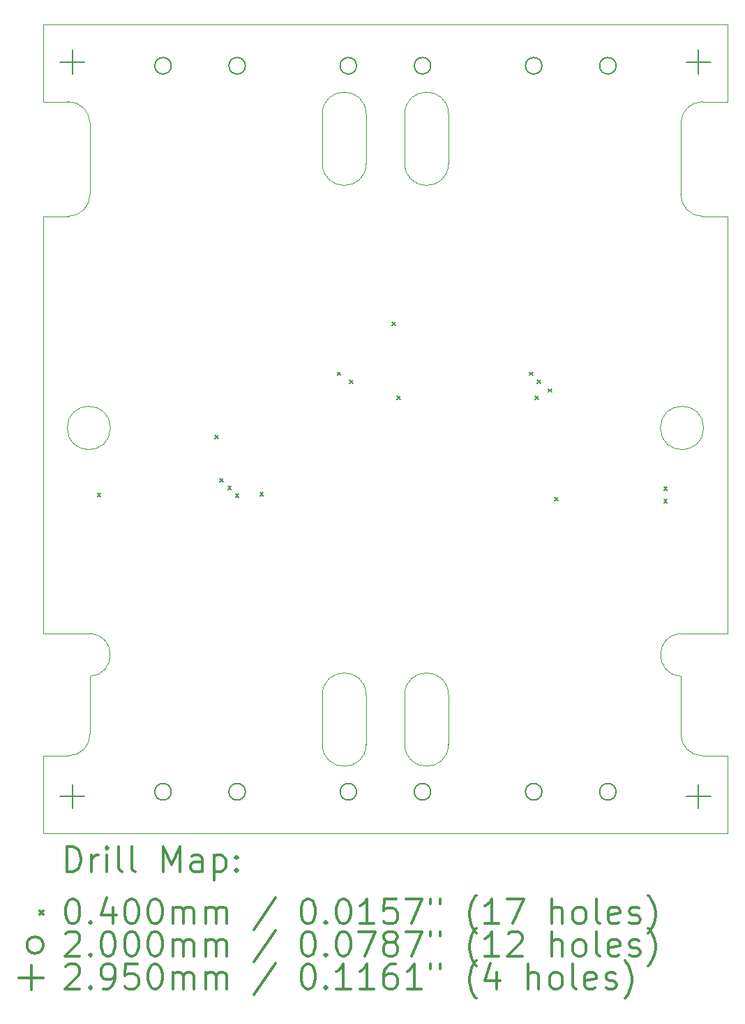
<source format=gbr>
%FSLAX45Y45*%
G04 Gerber Fmt 4.5, Leading zero omitted, Abs format (unit mm)*
G04 Created by KiCad (PCBNEW (5.1.10)-1) date 2022-06-07 20:50:49*
%MOMM*%
%LPD*%
G01*
G04 APERTURE LIST*
%TA.AperFunction,Profile*%
%ADD10C,0.050000*%
%TD*%
%ADD11C,0.200000*%
%ADD12C,0.300000*%
G04 APERTURE END LIST*
D10*
X18599461Y-13955719D02*
X18025539Y-13955719D01*
X18600000Y-8900000D02*
X18599461Y-13955719D01*
X18600000Y-7510000D02*
X18600000Y-7310000D01*
X18600000Y-15645000D02*
X18600000Y-15440000D01*
X10300000Y-15440000D02*
X10300000Y-16375000D01*
X10300000Y-8900000D02*
X10300000Y-13955719D01*
X10300000Y-6575000D02*
X10300000Y-7510000D01*
X18300000Y-8900000D02*
X18600000Y-8900000D01*
X18035000Y-7775000D02*
X18035000Y-8635000D01*
X18300000Y-7510000D02*
X18600000Y-7510000D01*
X18035000Y-8635000D02*
G75*
G03*
X18300000Y-8900000I265000J0D01*
G01*
X18300000Y-7510000D02*
G75*
G03*
X18035000Y-7775000I0J-265000D01*
G01*
X18035000Y-15175000D02*
X18035000Y-14475000D01*
X18300000Y-15440000D02*
X18600000Y-15440000D01*
X18300000Y-15440000D02*
G75*
G02*
X18035000Y-15175000I0J265000D01*
G01*
X10865000Y-15175000D02*
X10865000Y-14475000D01*
X10600000Y-15440000D02*
X10300000Y-15440000D01*
X10600000Y-15440000D02*
G75*
G03*
X10865000Y-15175000I0J265000D01*
G01*
X10865000Y-7775000D02*
X10865000Y-8635000D01*
X10600000Y-8900000D02*
X10300000Y-8900000D01*
X10865000Y-8635000D02*
G75*
G02*
X10600000Y-8900000I-265000J0D01*
G01*
X10600000Y-7510000D02*
G75*
G02*
X10865000Y-7775000I0J-265000D01*
G01*
X10600000Y-7510000D02*
X10300000Y-7510000D01*
X18600000Y-7310000D02*
X18600000Y-6575000D01*
X18600000Y-16375000D02*
X18600000Y-15645000D01*
X18025539Y-13955719D02*
G75*
G03*
X18035000Y-14475000I24461J-259281D01*
G01*
X10874461Y-13955719D02*
G75*
G02*
X10865000Y-14475000I-24461J-259281D01*
G01*
X10874461Y-13955719D02*
X10300000Y-13955719D01*
X15215000Y-15300000D02*
G75*
G02*
X14685000Y-15300000I-265000J0D01*
G01*
X14685000Y-14700000D02*
G75*
G02*
X15215000Y-14700000I265000J0D01*
G01*
X14215000Y-15300000D02*
G75*
G02*
X13685000Y-15300000I-265000J0D01*
G01*
X13685000Y-14700000D02*
G75*
G02*
X14215000Y-14700000I265000J0D01*
G01*
X15215000Y-8260000D02*
G75*
G02*
X14685000Y-8260000I-265000J0D01*
G01*
X14685000Y-7660000D02*
G75*
G02*
X15215000Y-7660000I265000J0D01*
G01*
X13685000Y-7660000D02*
G75*
G02*
X14215000Y-7660000I265000J0D01*
G01*
X14215000Y-8260000D02*
G75*
G02*
X13685000Y-8260000I-265000J0D01*
G01*
X15215000Y-7660000D02*
X15215000Y-8260000D01*
X14685000Y-7660000D02*
X14685000Y-8260000D01*
X13685000Y-7660000D02*
X13685000Y-8260000D01*
X14215000Y-7660000D02*
X14215000Y-8260000D01*
X15215000Y-15300000D02*
X15215000Y-14700000D01*
X14685000Y-14700000D02*
X14685000Y-15300000D01*
X14215000Y-15300000D02*
X14215000Y-14700000D01*
X13685000Y-15300000D02*
X13685000Y-14700000D01*
X18312500Y-11465000D02*
G75*
G03*
X18312500Y-11465000I-262500J0D01*
G01*
X11112500Y-11465000D02*
G75*
G03*
X11112500Y-11465000I-262500J0D01*
G01*
X18600000Y-6575000D02*
X10300000Y-6575000D01*
X10300000Y-16375000D02*
X18600000Y-16375000D01*
D11*
X10955000Y-12255000D02*
X10995000Y-12295000D01*
X10995000Y-12255000D02*
X10955000Y-12295000D01*
X12380000Y-11555000D02*
X12420000Y-11595000D01*
X12420000Y-11555000D02*
X12380000Y-11595000D01*
X12438700Y-12076750D02*
X12478700Y-12116750D01*
X12478700Y-12076750D02*
X12438700Y-12116750D01*
X12536450Y-12169500D02*
X12576450Y-12209500D01*
X12576450Y-12169500D02*
X12536450Y-12209500D01*
X12630000Y-12266450D02*
X12670000Y-12306450D01*
X12670000Y-12266450D02*
X12630000Y-12306450D01*
X12927650Y-12248200D02*
X12967650Y-12288200D01*
X12967650Y-12248200D02*
X12927650Y-12288200D01*
X13867650Y-10787500D02*
X13907650Y-10827500D01*
X13907650Y-10787500D02*
X13867650Y-10827500D01*
X14013500Y-10884500D02*
X14053500Y-10924500D01*
X14053500Y-10884500D02*
X14013500Y-10924500D01*
X14530000Y-10180000D02*
X14570000Y-10220000D01*
X14570000Y-10180000D02*
X14530000Y-10220000D01*
X14591350Y-11079800D02*
X14631350Y-11119800D01*
X14631350Y-11079800D02*
X14591350Y-11119800D01*
X16197700Y-10787500D02*
X16237700Y-10827500D01*
X16237700Y-10787500D02*
X16197700Y-10827500D01*
X16267750Y-11079800D02*
X16307750Y-11119800D01*
X16307750Y-11079800D02*
X16267750Y-11119800D01*
X16293150Y-10882950D02*
X16333150Y-10922950D01*
X16333150Y-10882950D02*
X16293150Y-10922950D01*
X16426500Y-10990900D02*
X16466500Y-11030900D01*
X16466500Y-10990900D02*
X16426500Y-11030900D01*
X16505000Y-12305000D02*
X16545000Y-12345000D01*
X16545000Y-12305000D02*
X16505000Y-12345000D01*
X17830000Y-12180000D02*
X17870000Y-12220000D01*
X17870000Y-12180000D02*
X17830000Y-12220000D01*
X17830000Y-12330000D02*
X17870000Y-12370000D01*
X17870000Y-12330000D02*
X17830000Y-12370000D01*
X11850000Y-7075000D02*
G75*
G03*
X11850000Y-7075000I-100000J0D01*
G01*
X11850000Y-15875000D02*
G75*
G03*
X11850000Y-15875000I-100000J0D01*
G01*
X12750000Y-7075000D02*
G75*
G03*
X12750000Y-7075000I-100000J0D01*
G01*
X12750000Y-15875000D02*
G75*
G03*
X12750000Y-15875000I-100000J0D01*
G01*
X14100000Y-7075000D02*
G75*
G03*
X14100000Y-7075000I-100000J0D01*
G01*
X14100000Y-15875000D02*
G75*
G03*
X14100000Y-15875000I-100000J0D01*
G01*
X15000000Y-7075000D02*
G75*
G03*
X15000000Y-7075000I-100000J0D01*
G01*
X15000000Y-15875000D02*
G75*
G03*
X15000000Y-15875000I-100000J0D01*
G01*
X16350000Y-7075000D02*
G75*
G03*
X16350000Y-7075000I-100000J0D01*
G01*
X16350000Y-15875000D02*
G75*
G03*
X16350000Y-15875000I-100000J0D01*
G01*
X17250000Y-7075000D02*
G75*
G03*
X17250000Y-7075000I-100000J0D01*
G01*
X17250000Y-15875000D02*
G75*
G03*
X17250000Y-15875000I-100000J0D01*
G01*
X10650000Y-6882500D02*
X10650000Y-7177500D01*
X10502500Y-7030000D02*
X10797500Y-7030000D01*
X10650000Y-15782500D02*
X10650000Y-16077500D01*
X10502500Y-15930000D02*
X10797500Y-15930000D01*
X18250000Y-6882500D02*
X18250000Y-7177500D01*
X18102500Y-7030000D02*
X18397500Y-7030000D01*
X18250000Y-15782500D02*
X18250000Y-16077500D01*
X18102500Y-15930000D02*
X18397500Y-15930000D01*
D12*
X10583928Y-16843214D02*
X10583928Y-16543214D01*
X10655357Y-16543214D01*
X10698214Y-16557500D01*
X10726786Y-16586071D01*
X10741071Y-16614643D01*
X10755357Y-16671786D01*
X10755357Y-16714643D01*
X10741071Y-16771786D01*
X10726786Y-16800357D01*
X10698214Y-16828929D01*
X10655357Y-16843214D01*
X10583928Y-16843214D01*
X10883928Y-16843214D02*
X10883928Y-16643214D01*
X10883928Y-16700357D02*
X10898214Y-16671786D01*
X10912500Y-16657500D01*
X10941071Y-16643214D01*
X10969643Y-16643214D01*
X11069643Y-16843214D02*
X11069643Y-16643214D01*
X11069643Y-16543214D02*
X11055357Y-16557500D01*
X11069643Y-16571786D01*
X11083928Y-16557500D01*
X11069643Y-16543214D01*
X11069643Y-16571786D01*
X11255357Y-16843214D02*
X11226786Y-16828929D01*
X11212500Y-16800357D01*
X11212500Y-16543214D01*
X11412500Y-16843214D02*
X11383928Y-16828929D01*
X11369643Y-16800357D01*
X11369643Y-16543214D01*
X11755357Y-16843214D02*
X11755357Y-16543214D01*
X11855357Y-16757500D01*
X11955357Y-16543214D01*
X11955357Y-16843214D01*
X12226786Y-16843214D02*
X12226786Y-16686071D01*
X12212500Y-16657500D01*
X12183928Y-16643214D01*
X12126786Y-16643214D01*
X12098214Y-16657500D01*
X12226786Y-16828929D02*
X12198214Y-16843214D01*
X12126786Y-16843214D01*
X12098214Y-16828929D01*
X12083928Y-16800357D01*
X12083928Y-16771786D01*
X12098214Y-16743214D01*
X12126786Y-16728929D01*
X12198214Y-16728929D01*
X12226786Y-16714643D01*
X12369643Y-16643214D02*
X12369643Y-16943214D01*
X12369643Y-16657500D02*
X12398214Y-16643214D01*
X12455357Y-16643214D01*
X12483928Y-16657500D01*
X12498214Y-16671786D01*
X12512500Y-16700357D01*
X12512500Y-16786072D01*
X12498214Y-16814643D01*
X12483928Y-16828929D01*
X12455357Y-16843214D01*
X12398214Y-16843214D01*
X12369643Y-16828929D01*
X12641071Y-16814643D02*
X12655357Y-16828929D01*
X12641071Y-16843214D01*
X12626786Y-16828929D01*
X12641071Y-16814643D01*
X12641071Y-16843214D01*
X12641071Y-16657500D02*
X12655357Y-16671786D01*
X12641071Y-16686071D01*
X12626786Y-16671786D01*
X12641071Y-16657500D01*
X12641071Y-16686071D01*
X10257500Y-17317500D02*
X10297500Y-17357500D01*
X10297500Y-17317500D02*
X10257500Y-17357500D01*
X10641071Y-17173214D02*
X10669643Y-17173214D01*
X10698214Y-17187500D01*
X10712500Y-17201786D01*
X10726786Y-17230357D01*
X10741071Y-17287500D01*
X10741071Y-17358929D01*
X10726786Y-17416072D01*
X10712500Y-17444643D01*
X10698214Y-17458929D01*
X10669643Y-17473214D01*
X10641071Y-17473214D01*
X10612500Y-17458929D01*
X10598214Y-17444643D01*
X10583928Y-17416072D01*
X10569643Y-17358929D01*
X10569643Y-17287500D01*
X10583928Y-17230357D01*
X10598214Y-17201786D01*
X10612500Y-17187500D01*
X10641071Y-17173214D01*
X10869643Y-17444643D02*
X10883928Y-17458929D01*
X10869643Y-17473214D01*
X10855357Y-17458929D01*
X10869643Y-17444643D01*
X10869643Y-17473214D01*
X11141071Y-17273214D02*
X11141071Y-17473214D01*
X11069643Y-17158929D02*
X10998214Y-17373214D01*
X11183928Y-17373214D01*
X11355357Y-17173214D02*
X11383928Y-17173214D01*
X11412500Y-17187500D01*
X11426786Y-17201786D01*
X11441071Y-17230357D01*
X11455357Y-17287500D01*
X11455357Y-17358929D01*
X11441071Y-17416072D01*
X11426786Y-17444643D01*
X11412500Y-17458929D01*
X11383928Y-17473214D01*
X11355357Y-17473214D01*
X11326786Y-17458929D01*
X11312500Y-17444643D01*
X11298214Y-17416072D01*
X11283928Y-17358929D01*
X11283928Y-17287500D01*
X11298214Y-17230357D01*
X11312500Y-17201786D01*
X11326786Y-17187500D01*
X11355357Y-17173214D01*
X11641071Y-17173214D02*
X11669643Y-17173214D01*
X11698214Y-17187500D01*
X11712500Y-17201786D01*
X11726786Y-17230357D01*
X11741071Y-17287500D01*
X11741071Y-17358929D01*
X11726786Y-17416072D01*
X11712500Y-17444643D01*
X11698214Y-17458929D01*
X11669643Y-17473214D01*
X11641071Y-17473214D01*
X11612500Y-17458929D01*
X11598214Y-17444643D01*
X11583928Y-17416072D01*
X11569643Y-17358929D01*
X11569643Y-17287500D01*
X11583928Y-17230357D01*
X11598214Y-17201786D01*
X11612500Y-17187500D01*
X11641071Y-17173214D01*
X11869643Y-17473214D02*
X11869643Y-17273214D01*
X11869643Y-17301786D02*
X11883928Y-17287500D01*
X11912500Y-17273214D01*
X11955357Y-17273214D01*
X11983928Y-17287500D01*
X11998214Y-17316072D01*
X11998214Y-17473214D01*
X11998214Y-17316072D02*
X12012500Y-17287500D01*
X12041071Y-17273214D01*
X12083928Y-17273214D01*
X12112500Y-17287500D01*
X12126786Y-17316072D01*
X12126786Y-17473214D01*
X12269643Y-17473214D02*
X12269643Y-17273214D01*
X12269643Y-17301786D02*
X12283928Y-17287500D01*
X12312500Y-17273214D01*
X12355357Y-17273214D01*
X12383928Y-17287500D01*
X12398214Y-17316072D01*
X12398214Y-17473214D01*
X12398214Y-17316072D02*
X12412500Y-17287500D01*
X12441071Y-17273214D01*
X12483928Y-17273214D01*
X12512500Y-17287500D01*
X12526786Y-17316072D01*
X12526786Y-17473214D01*
X13112500Y-17158929D02*
X12855357Y-17544643D01*
X13498214Y-17173214D02*
X13526786Y-17173214D01*
X13555357Y-17187500D01*
X13569643Y-17201786D01*
X13583928Y-17230357D01*
X13598214Y-17287500D01*
X13598214Y-17358929D01*
X13583928Y-17416072D01*
X13569643Y-17444643D01*
X13555357Y-17458929D01*
X13526786Y-17473214D01*
X13498214Y-17473214D01*
X13469643Y-17458929D01*
X13455357Y-17444643D01*
X13441071Y-17416072D01*
X13426786Y-17358929D01*
X13426786Y-17287500D01*
X13441071Y-17230357D01*
X13455357Y-17201786D01*
X13469643Y-17187500D01*
X13498214Y-17173214D01*
X13726786Y-17444643D02*
X13741071Y-17458929D01*
X13726786Y-17473214D01*
X13712500Y-17458929D01*
X13726786Y-17444643D01*
X13726786Y-17473214D01*
X13926786Y-17173214D02*
X13955357Y-17173214D01*
X13983928Y-17187500D01*
X13998214Y-17201786D01*
X14012500Y-17230357D01*
X14026786Y-17287500D01*
X14026786Y-17358929D01*
X14012500Y-17416072D01*
X13998214Y-17444643D01*
X13983928Y-17458929D01*
X13955357Y-17473214D01*
X13926786Y-17473214D01*
X13898214Y-17458929D01*
X13883928Y-17444643D01*
X13869643Y-17416072D01*
X13855357Y-17358929D01*
X13855357Y-17287500D01*
X13869643Y-17230357D01*
X13883928Y-17201786D01*
X13898214Y-17187500D01*
X13926786Y-17173214D01*
X14312500Y-17473214D02*
X14141071Y-17473214D01*
X14226786Y-17473214D02*
X14226786Y-17173214D01*
X14198214Y-17216072D01*
X14169643Y-17244643D01*
X14141071Y-17258929D01*
X14583928Y-17173214D02*
X14441071Y-17173214D01*
X14426786Y-17316072D01*
X14441071Y-17301786D01*
X14469643Y-17287500D01*
X14541071Y-17287500D01*
X14569643Y-17301786D01*
X14583928Y-17316072D01*
X14598214Y-17344643D01*
X14598214Y-17416072D01*
X14583928Y-17444643D01*
X14569643Y-17458929D01*
X14541071Y-17473214D01*
X14469643Y-17473214D01*
X14441071Y-17458929D01*
X14426786Y-17444643D01*
X14698214Y-17173214D02*
X14898214Y-17173214D01*
X14769643Y-17473214D01*
X14998214Y-17173214D02*
X14998214Y-17230357D01*
X15112500Y-17173214D02*
X15112500Y-17230357D01*
X15555357Y-17587500D02*
X15541071Y-17573214D01*
X15512500Y-17530357D01*
X15498214Y-17501786D01*
X15483928Y-17458929D01*
X15469643Y-17387500D01*
X15469643Y-17330357D01*
X15483928Y-17258929D01*
X15498214Y-17216072D01*
X15512500Y-17187500D01*
X15541071Y-17144643D01*
X15555357Y-17130357D01*
X15826786Y-17473214D02*
X15655357Y-17473214D01*
X15741071Y-17473214D02*
X15741071Y-17173214D01*
X15712500Y-17216072D01*
X15683928Y-17244643D01*
X15655357Y-17258929D01*
X15926786Y-17173214D02*
X16126786Y-17173214D01*
X15998214Y-17473214D01*
X16469643Y-17473214D02*
X16469643Y-17173214D01*
X16598214Y-17473214D02*
X16598214Y-17316072D01*
X16583928Y-17287500D01*
X16555357Y-17273214D01*
X16512500Y-17273214D01*
X16483928Y-17287500D01*
X16469643Y-17301786D01*
X16783928Y-17473214D02*
X16755357Y-17458929D01*
X16741071Y-17444643D01*
X16726786Y-17416072D01*
X16726786Y-17330357D01*
X16741071Y-17301786D01*
X16755357Y-17287500D01*
X16783928Y-17273214D01*
X16826786Y-17273214D01*
X16855357Y-17287500D01*
X16869643Y-17301786D01*
X16883928Y-17330357D01*
X16883928Y-17416072D01*
X16869643Y-17444643D01*
X16855357Y-17458929D01*
X16826786Y-17473214D01*
X16783928Y-17473214D01*
X17055357Y-17473214D02*
X17026786Y-17458929D01*
X17012500Y-17430357D01*
X17012500Y-17173214D01*
X17283928Y-17458929D02*
X17255357Y-17473214D01*
X17198214Y-17473214D01*
X17169643Y-17458929D01*
X17155357Y-17430357D01*
X17155357Y-17316072D01*
X17169643Y-17287500D01*
X17198214Y-17273214D01*
X17255357Y-17273214D01*
X17283928Y-17287500D01*
X17298214Y-17316072D01*
X17298214Y-17344643D01*
X17155357Y-17373214D01*
X17412500Y-17458929D02*
X17441071Y-17473214D01*
X17498214Y-17473214D01*
X17526786Y-17458929D01*
X17541071Y-17430357D01*
X17541071Y-17416072D01*
X17526786Y-17387500D01*
X17498214Y-17373214D01*
X17455357Y-17373214D01*
X17426786Y-17358929D01*
X17412500Y-17330357D01*
X17412500Y-17316072D01*
X17426786Y-17287500D01*
X17455357Y-17273214D01*
X17498214Y-17273214D01*
X17526786Y-17287500D01*
X17641071Y-17587500D02*
X17655357Y-17573214D01*
X17683928Y-17530357D01*
X17698214Y-17501786D01*
X17712500Y-17458929D01*
X17726786Y-17387500D01*
X17726786Y-17330357D01*
X17712500Y-17258929D01*
X17698214Y-17216072D01*
X17683928Y-17187500D01*
X17655357Y-17144643D01*
X17641071Y-17130357D01*
X10297500Y-17733500D02*
G75*
G03*
X10297500Y-17733500I-100000J0D01*
G01*
X10569643Y-17597786D02*
X10583928Y-17583500D01*
X10612500Y-17569214D01*
X10683928Y-17569214D01*
X10712500Y-17583500D01*
X10726786Y-17597786D01*
X10741071Y-17626357D01*
X10741071Y-17654929D01*
X10726786Y-17697786D01*
X10555357Y-17869214D01*
X10741071Y-17869214D01*
X10869643Y-17840643D02*
X10883928Y-17854929D01*
X10869643Y-17869214D01*
X10855357Y-17854929D01*
X10869643Y-17840643D01*
X10869643Y-17869214D01*
X11069643Y-17569214D02*
X11098214Y-17569214D01*
X11126786Y-17583500D01*
X11141071Y-17597786D01*
X11155357Y-17626357D01*
X11169643Y-17683500D01*
X11169643Y-17754929D01*
X11155357Y-17812072D01*
X11141071Y-17840643D01*
X11126786Y-17854929D01*
X11098214Y-17869214D01*
X11069643Y-17869214D01*
X11041071Y-17854929D01*
X11026786Y-17840643D01*
X11012500Y-17812072D01*
X10998214Y-17754929D01*
X10998214Y-17683500D01*
X11012500Y-17626357D01*
X11026786Y-17597786D01*
X11041071Y-17583500D01*
X11069643Y-17569214D01*
X11355357Y-17569214D02*
X11383928Y-17569214D01*
X11412500Y-17583500D01*
X11426786Y-17597786D01*
X11441071Y-17626357D01*
X11455357Y-17683500D01*
X11455357Y-17754929D01*
X11441071Y-17812072D01*
X11426786Y-17840643D01*
X11412500Y-17854929D01*
X11383928Y-17869214D01*
X11355357Y-17869214D01*
X11326786Y-17854929D01*
X11312500Y-17840643D01*
X11298214Y-17812072D01*
X11283928Y-17754929D01*
X11283928Y-17683500D01*
X11298214Y-17626357D01*
X11312500Y-17597786D01*
X11326786Y-17583500D01*
X11355357Y-17569214D01*
X11641071Y-17569214D02*
X11669643Y-17569214D01*
X11698214Y-17583500D01*
X11712500Y-17597786D01*
X11726786Y-17626357D01*
X11741071Y-17683500D01*
X11741071Y-17754929D01*
X11726786Y-17812072D01*
X11712500Y-17840643D01*
X11698214Y-17854929D01*
X11669643Y-17869214D01*
X11641071Y-17869214D01*
X11612500Y-17854929D01*
X11598214Y-17840643D01*
X11583928Y-17812072D01*
X11569643Y-17754929D01*
X11569643Y-17683500D01*
X11583928Y-17626357D01*
X11598214Y-17597786D01*
X11612500Y-17583500D01*
X11641071Y-17569214D01*
X11869643Y-17869214D02*
X11869643Y-17669214D01*
X11869643Y-17697786D02*
X11883928Y-17683500D01*
X11912500Y-17669214D01*
X11955357Y-17669214D01*
X11983928Y-17683500D01*
X11998214Y-17712072D01*
X11998214Y-17869214D01*
X11998214Y-17712072D02*
X12012500Y-17683500D01*
X12041071Y-17669214D01*
X12083928Y-17669214D01*
X12112500Y-17683500D01*
X12126786Y-17712072D01*
X12126786Y-17869214D01*
X12269643Y-17869214D02*
X12269643Y-17669214D01*
X12269643Y-17697786D02*
X12283928Y-17683500D01*
X12312500Y-17669214D01*
X12355357Y-17669214D01*
X12383928Y-17683500D01*
X12398214Y-17712072D01*
X12398214Y-17869214D01*
X12398214Y-17712072D02*
X12412500Y-17683500D01*
X12441071Y-17669214D01*
X12483928Y-17669214D01*
X12512500Y-17683500D01*
X12526786Y-17712072D01*
X12526786Y-17869214D01*
X13112500Y-17554929D02*
X12855357Y-17940643D01*
X13498214Y-17569214D02*
X13526786Y-17569214D01*
X13555357Y-17583500D01*
X13569643Y-17597786D01*
X13583928Y-17626357D01*
X13598214Y-17683500D01*
X13598214Y-17754929D01*
X13583928Y-17812072D01*
X13569643Y-17840643D01*
X13555357Y-17854929D01*
X13526786Y-17869214D01*
X13498214Y-17869214D01*
X13469643Y-17854929D01*
X13455357Y-17840643D01*
X13441071Y-17812072D01*
X13426786Y-17754929D01*
X13426786Y-17683500D01*
X13441071Y-17626357D01*
X13455357Y-17597786D01*
X13469643Y-17583500D01*
X13498214Y-17569214D01*
X13726786Y-17840643D02*
X13741071Y-17854929D01*
X13726786Y-17869214D01*
X13712500Y-17854929D01*
X13726786Y-17840643D01*
X13726786Y-17869214D01*
X13926786Y-17569214D02*
X13955357Y-17569214D01*
X13983928Y-17583500D01*
X13998214Y-17597786D01*
X14012500Y-17626357D01*
X14026786Y-17683500D01*
X14026786Y-17754929D01*
X14012500Y-17812072D01*
X13998214Y-17840643D01*
X13983928Y-17854929D01*
X13955357Y-17869214D01*
X13926786Y-17869214D01*
X13898214Y-17854929D01*
X13883928Y-17840643D01*
X13869643Y-17812072D01*
X13855357Y-17754929D01*
X13855357Y-17683500D01*
X13869643Y-17626357D01*
X13883928Y-17597786D01*
X13898214Y-17583500D01*
X13926786Y-17569214D01*
X14126786Y-17569214D02*
X14326786Y-17569214D01*
X14198214Y-17869214D01*
X14483928Y-17697786D02*
X14455357Y-17683500D01*
X14441071Y-17669214D01*
X14426786Y-17640643D01*
X14426786Y-17626357D01*
X14441071Y-17597786D01*
X14455357Y-17583500D01*
X14483928Y-17569214D01*
X14541071Y-17569214D01*
X14569643Y-17583500D01*
X14583928Y-17597786D01*
X14598214Y-17626357D01*
X14598214Y-17640643D01*
X14583928Y-17669214D01*
X14569643Y-17683500D01*
X14541071Y-17697786D01*
X14483928Y-17697786D01*
X14455357Y-17712072D01*
X14441071Y-17726357D01*
X14426786Y-17754929D01*
X14426786Y-17812072D01*
X14441071Y-17840643D01*
X14455357Y-17854929D01*
X14483928Y-17869214D01*
X14541071Y-17869214D01*
X14569643Y-17854929D01*
X14583928Y-17840643D01*
X14598214Y-17812072D01*
X14598214Y-17754929D01*
X14583928Y-17726357D01*
X14569643Y-17712072D01*
X14541071Y-17697786D01*
X14698214Y-17569214D02*
X14898214Y-17569214D01*
X14769643Y-17869214D01*
X14998214Y-17569214D02*
X14998214Y-17626357D01*
X15112500Y-17569214D02*
X15112500Y-17626357D01*
X15555357Y-17983500D02*
X15541071Y-17969214D01*
X15512500Y-17926357D01*
X15498214Y-17897786D01*
X15483928Y-17854929D01*
X15469643Y-17783500D01*
X15469643Y-17726357D01*
X15483928Y-17654929D01*
X15498214Y-17612072D01*
X15512500Y-17583500D01*
X15541071Y-17540643D01*
X15555357Y-17526357D01*
X15826786Y-17869214D02*
X15655357Y-17869214D01*
X15741071Y-17869214D02*
X15741071Y-17569214D01*
X15712500Y-17612072D01*
X15683928Y-17640643D01*
X15655357Y-17654929D01*
X15941071Y-17597786D02*
X15955357Y-17583500D01*
X15983928Y-17569214D01*
X16055357Y-17569214D01*
X16083928Y-17583500D01*
X16098214Y-17597786D01*
X16112500Y-17626357D01*
X16112500Y-17654929D01*
X16098214Y-17697786D01*
X15926786Y-17869214D01*
X16112500Y-17869214D01*
X16469643Y-17869214D02*
X16469643Y-17569214D01*
X16598214Y-17869214D02*
X16598214Y-17712072D01*
X16583928Y-17683500D01*
X16555357Y-17669214D01*
X16512500Y-17669214D01*
X16483928Y-17683500D01*
X16469643Y-17697786D01*
X16783928Y-17869214D02*
X16755357Y-17854929D01*
X16741071Y-17840643D01*
X16726786Y-17812072D01*
X16726786Y-17726357D01*
X16741071Y-17697786D01*
X16755357Y-17683500D01*
X16783928Y-17669214D01*
X16826786Y-17669214D01*
X16855357Y-17683500D01*
X16869643Y-17697786D01*
X16883928Y-17726357D01*
X16883928Y-17812072D01*
X16869643Y-17840643D01*
X16855357Y-17854929D01*
X16826786Y-17869214D01*
X16783928Y-17869214D01*
X17055357Y-17869214D02*
X17026786Y-17854929D01*
X17012500Y-17826357D01*
X17012500Y-17569214D01*
X17283928Y-17854929D02*
X17255357Y-17869214D01*
X17198214Y-17869214D01*
X17169643Y-17854929D01*
X17155357Y-17826357D01*
X17155357Y-17712072D01*
X17169643Y-17683500D01*
X17198214Y-17669214D01*
X17255357Y-17669214D01*
X17283928Y-17683500D01*
X17298214Y-17712072D01*
X17298214Y-17740643D01*
X17155357Y-17769214D01*
X17412500Y-17854929D02*
X17441071Y-17869214D01*
X17498214Y-17869214D01*
X17526786Y-17854929D01*
X17541071Y-17826357D01*
X17541071Y-17812072D01*
X17526786Y-17783500D01*
X17498214Y-17769214D01*
X17455357Y-17769214D01*
X17426786Y-17754929D01*
X17412500Y-17726357D01*
X17412500Y-17712072D01*
X17426786Y-17683500D01*
X17455357Y-17669214D01*
X17498214Y-17669214D01*
X17526786Y-17683500D01*
X17641071Y-17983500D02*
X17655357Y-17969214D01*
X17683928Y-17926357D01*
X17698214Y-17897786D01*
X17712500Y-17854929D01*
X17726786Y-17783500D01*
X17726786Y-17726357D01*
X17712500Y-17654929D01*
X17698214Y-17612072D01*
X17683928Y-17583500D01*
X17655357Y-17540643D01*
X17641071Y-17526357D01*
X10150000Y-17982000D02*
X10150000Y-18277000D01*
X10002500Y-18129500D02*
X10297500Y-18129500D01*
X10569643Y-17993786D02*
X10583928Y-17979500D01*
X10612500Y-17965214D01*
X10683928Y-17965214D01*
X10712500Y-17979500D01*
X10726786Y-17993786D01*
X10741071Y-18022357D01*
X10741071Y-18050929D01*
X10726786Y-18093786D01*
X10555357Y-18265214D01*
X10741071Y-18265214D01*
X10869643Y-18236643D02*
X10883928Y-18250929D01*
X10869643Y-18265214D01*
X10855357Y-18250929D01*
X10869643Y-18236643D01*
X10869643Y-18265214D01*
X11026786Y-18265214D02*
X11083928Y-18265214D01*
X11112500Y-18250929D01*
X11126786Y-18236643D01*
X11155357Y-18193786D01*
X11169643Y-18136643D01*
X11169643Y-18022357D01*
X11155357Y-17993786D01*
X11141071Y-17979500D01*
X11112500Y-17965214D01*
X11055357Y-17965214D01*
X11026786Y-17979500D01*
X11012500Y-17993786D01*
X10998214Y-18022357D01*
X10998214Y-18093786D01*
X11012500Y-18122357D01*
X11026786Y-18136643D01*
X11055357Y-18150929D01*
X11112500Y-18150929D01*
X11141071Y-18136643D01*
X11155357Y-18122357D01*
X11169643Y-18093786D01*
X11441071Y-17965214D02*
X11298214Y-17965214D01*
X11283928Y-18108072D01*
X11298214Y-18093786D01*
X11326786Y-18079500D01*
X11398214Y-18079500D01*
X11426786Y-18093786D01*
X11441071Y-18108072D01*
X11455357Y-18136643D01*
X11455357Y-18208072D01*
X11441071Y-18236643D01*
X11426786Y-18250929D01*
X11398214Y-18265214D01*
X11326786Y-18265214D01*
X11298214Y-18250929D01*
X11283928Y-18236643D01*
X11641071Y-17965214D02*
X11669643Y-17965214D01*
X11698214Y-17979500D01*
X11712500Y-17993786D01*
X11726786Y-18022357D01*
X11741071Y-18079500D01*
X11741071Y-18150929D01*
X11726786Y-18208072D01*
X11712500Y-18236643D01*
X11698214Y-18250929D01*
X11669643Y-18265214D01*
X11641071Y-18265214D01*
X11612500Y-18250929D01*
X11598214Y-18236643D01*
X11583928Y-18208072D01*
X11569643Y-18150929D01*
X11569643Y-18079500D01*
X11583928Y-18022357D01*
X11598214Y-17993786D01*
X11612500Y-17979500D01*
X11641071Y-17965214D01*
X11869643Y-18265214D02*
X11869643Y-18065214D01*
X11869643Y-18093786D02*
X11883928Y-18079500D01*
X11912500Y-18065214D01*
X11955357Y-18065214D01*
X11983928Y-18079500D01*
X11998214Y-18108072D01*
X11998214Y-18265214D01*
X11998214Y-18108072D02*
X12012500Y-18079500D01*
X12041071Y-18065214D01*
X12083928Y-18065214D01*
X12112500Y-18079500D01*
X12126786Y-18108072D01*
X12126786Y-18265214D01*
X12269643Y-18265214D02*
X12269643Y-18065214D01*
X12269643Y-18093786D02*
X12283928Y-18079500D01*
X12312500Y-18065214D01*
X12355357Y-18065214D01*
X12383928Y-18079500D01*
X12398214Y-18108072D01*
X12398214Y-18265214D01*
X12398214Y-18108072D02*
X12412500Y-18079500D01*
X12441071Y-18065214D01*
X12483928Y-18065214D01*
X12512500Y-18079500D01*
X12526786Y-18108072D01*
X12526786Y-18265214D01*
X13112500Y-17950929D02*
X12855357Y-18336643D01*
X13498214Y-17965214D02*
X13526786Y-17965214D01*
X13555357Y-17979500D01*
X13569643Y-17993786D01*
X13583928Y-18022357D01*
X13598214Y-18079500D01*
X13598214Y-18150929D01*
X13583928Y-18208072D01*
X13569643Y-18236643D01*
X13555357Y-18250929D01*
X13526786Y-18265214D01*
X13498214Y-18265214D01*
X13469643Y-18250929D01*
X13455357Y-18236643D01*
X13441071Y-18208072D01*
X13426786Y-18150929D01*
X13426786Y-18079500D01*
X13441071Y-18022357D01*
X13455357Y-17993786D01*
X13469643Y-17979500D01*
X13498214Y-17965214D01*
X13726786Y-18236643D02*
X13741071Y-18250929D01*
X13726786Y-18265214D01*
X13712500Y-18250929D01*
X13726786Y-18236643D01*
X13726786Y-18265214D01*
X14026786Y-18265214D02*
X13855357Y-18265214D01*
X13941071Y-18265214D02*
X13941071Y-17965214D01*
X13912500Y-18008072D01*
X13883928Y-18036643D01*
X13855357Y-18050929D01*
X14312500Y-18265214D02*
X14141071Y-18265214D01*
X14226786Y-18265214D02*
X14226786Y-17965214D01*
X14198214Y-18008072D01*
X14169643Y-18036643D01*
X14141071Y-18050929D01*
X14569643Y-17965214D02*
X14512500Y-17965214D01*
X14483928Y-17979500D01*
X14469643Y-17993786D01*
X14441071Y-18036643D01*
X14426786Y-18093786D01*
X14426786Y-18208072D01*
X14441071Y-18236643D01*
X14455357Y-18250929D01*
X14483928Y-18265214D01*
X14541071Y-18265214D01*
X14569643Y-18250929D01*
X14583928Y-18236643D01*
X14598214Y-18208072D01*
X14598214Y-18136643D01*
X14583928Y-18108072D01*
X14569643Y-18093786D01*
X14541071Y-18079500D01*
X14483928Y-18079500D01*
X14455357Y-18093786D01*
X14441071Y-18108072D01*
X14426786Y-18136643D01*
X14883928Y-18265214D02*
X14712500Y-18265214D01*
X14798214Y-18265214D02*
X14798214Y-17965214D01*
X14769643Y-18008072D01*
X14741071Y-18036643D01*
X14712500Y-18050929D01*
X14998214Y-17965214D02*
X14998214Y-18022357D01*
X15112500Y-17965214D02*
X15112500Y-18022357D01*
X15555357Y-18379500D02*
X15541071Y-18365214D01*
X15512500Y-18322357D01*
X15498214Y-18293786D01*
X15483928Y-18250929D01*
X15469643Y-18179500D01*
X15469643Y-18122357D01*
X15483928Y-18050929D01*
X15498214Y-18008072D01*
X15512500Y-17979500D01*
X15541071Y-17936643D01*
X15555357Y-17922357D01*
X15798214Y-18065214D02*
X15798214Y-18265214D01*
X15726786Y-17950929D02*
X15655357Y-18165214D01*
X15841071Y-18165214D01*
X16183928Y-18265214D02*
X16183928Y-17965214D01*
X16312500Y-18265214D02*
X16312500Y-18108072D01*
X16298214Y-18079500D01*
X16269643Y-18065214D01*
X16226786Y-18065214D01*
X16198214Y-18079500D01*
X16183928Y-18093786D01*
X16498214Y-18265214D02*
X16469643Y-18250929D01*
X16455357Y-18236643D01*
X16441071Y-18208072D01*
X16441071Y-18122357D01*
X16455357Y-18093786D01*
X16469643Y-18079500D01*
X16498214Y-18065214D01*
X16541071Y-18065214D01*
X16569643Y-18079500D01*
X16583928Y-18093786D01*
X16598214Y-18122357D01*
X16598214Y-18208072D01*
X16583928Y-18236643D01*
X16569643Y-18250929D01*
X16541071Y-18265214D01*
X16498214Y-18265214D01*
X16769643Y-18265214D02*
X16741071Y-18250929D01*
X16726786Y-18222357D01*
X16726786Y-17965214D01*
X16998214Y-18250929D02*
X16969643Y-18265214D01*
X16912500Y-18265214D01*
X16883928Y-18250929D01*
X16869643Y-18222357D01*
X16869643Y-18108072D01*
X16883928Y-18079500D01*
X16912500Y-18065214D01*
X16969643Y-18065214D01*
X16998214Y-18079500D01*
X17012500Y-18108072D01*
X17012500Y-18136643D01*
X16869643Y-18165214D01*
X17126786Y-18250929D02*
X17155357Y-18265214D01*
X17212500Y-18265214D01*
X17241071Y-18250929D01*
X17255357Y-18222357D01*
X17255357Y-18208072D01*
X17241071Y-18179500D01*
X17212500Y-18165214D01*
X17169643Y-18165214D01*
X17141071Y-18150929D01*
X17126786Y-18122357D01*
X17126786Y-18108072D01*
X17141071Y-18079500D01*
X17169643Y-18065214D01*
X17212500Y-18065214D01*
X17241071Y-18079500D01*
X17355357Y-18379500D02*
X17369643Y-18365214D01*
X17398214Y-18322357D01*
X17412500Y-18293786D01*
X17426786Y-18250929D01*
X17441071Y-18179500D01*
X17441071Y-18122357D01*
X17426786Y-18050929D01*
X17412500Y-18008072D01*
X17398214Y-17979500D01*
X17369643Y-17936643D01*
X17355357Y-17922357D01*
M02*

</source>
